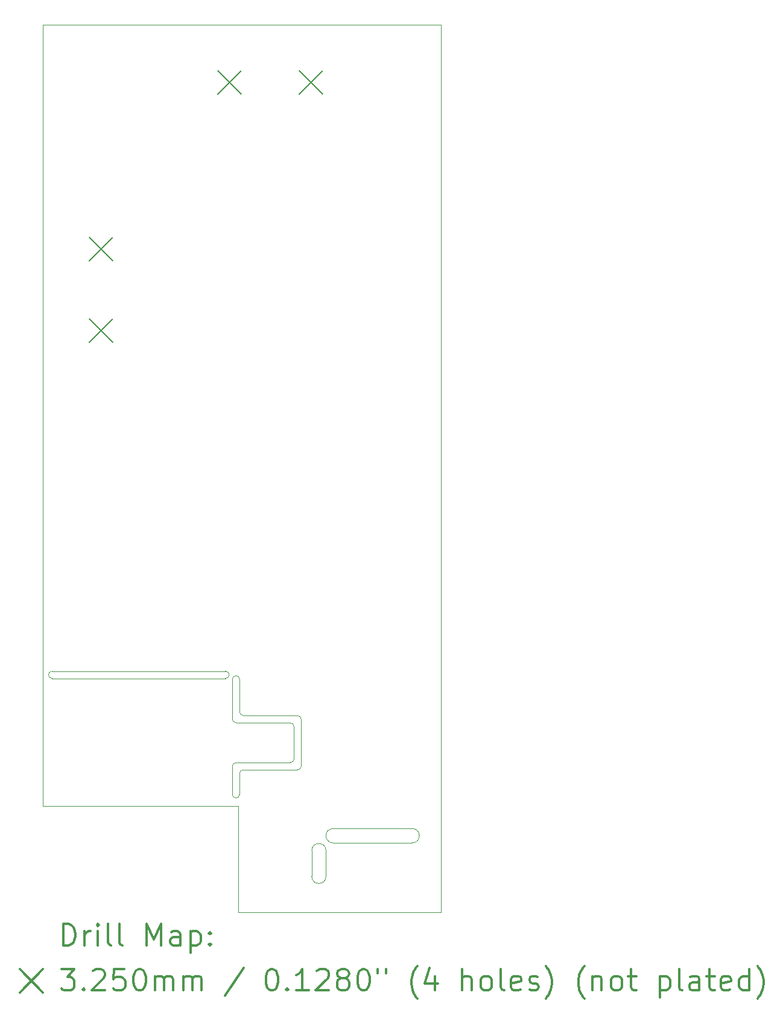
<source format=gbr>
%FSLAX45Y45*%
G04 Gerber Fmt 4.5, Leading zero omitted, Abs format (unit mm)*
G04 Created by KiCad (PCBNEW (5.1.10-1-10_14)) date 2021-11-12 15:28:32*
%MOMM*%
%LPD*%
G01*
G04 APERTURE LIST*
%TA.AperFunction,Profile*%
%ADD10C,0.050000*%
%TD*%
%ADD11C,0.200000*%
%ADD12C,0.300000*%
G04 APERTURE END LIST*
D10*
X15060000Y-15400000D02*
X12319000Y-15400000D01*
X15060000Y-16891000D02*
X15060000Y-15400000D01*
X16390000Y-15920000D02*
G75*
G02*
X16390000Y-15720000I0J100000D01*
G01*
X16390000Y-15920000D02*
X17500000Y-15920000D01*
X17500000Y-15720000D02*
X16390000Y-15720000D01*
X17500000Y-15720000D02*
G75*
G02*
X17500000Y-15920000I0J-100000D01*
G01*
X16090000Y-16030000D02*
X16090000Y-16390000D01*
X16290000Y-16390000D02*
X16290000Y-16030000D01*
X16290000Y-16390000D02*
G75*
G02*
X16090000Y-16390000I-100000J0D01*
G01*
X16090000Y-16030000D02*
G75*
G02*
X16290000Y-16030000I100000J0D01*
G01*
X14976000Y-13626800D02*
X14976000Y-14185600D01*
X15077600Y-14084000D02*
X15077600Y-13626800D01*
X14976000Y-13626800D02*
G75*
G02*
X15077600Y-13626800I50800J0D01*
G01*
X12446000Y-13614400D02*
X14880000Y-13614400D01*
X14880000Y-13512800D02*
X12446000Y-13512800D01*
X12446000Y-13614400D02*
G75*
G02*
X12446000Y-13512800I0J50800D01*
G01*
X14880000Y-13512800D02*
G75*
G02*
X14880000Y-13614400I0J-50800D01*
G01*
X15890400Y-14134800D02*
X15128400Y-14134800D01*
X15128400Y-14134800D02*
G75*
G02*
X15077600Y-14084000I0J50800D01*
G01*
X15941200Y-14846000D02*
X15941200Y-14185600D01*
X15890400Y-14134800D02*
G75*
G02*
X15941200Y-14185600I0J-50800D01*
G01*
X15890400Y-14896800D02*
X15128400Y-14896800D01*
X15941200Y-14846000D02*
G75*
G02*
X15890400Y-14896800I-50800J0D01*
G01*
X15077600Y-15240000D02*
G75*
G02*
X14976000Y-15240000I-50800J0D01*
G01*
X15077600Y-14947600D02*
X15077600Y-15240000D01*
X14976000Y-14846000D02*
X14976000Y-15240000D01*
X15077600Y-14947600D02*
G75*
G02*
X15128400Y-14896800I50800J0D01*
G01*
X14976000Y-14846000D02*
G75*
G02*
X15026800Y-14795200I50800J0D01*
G01*
X15788800Y-14795200D02*
X15026800Y-14795200D01*
X15788800Y-14236400D02*
X15026800Y-14236400D01*
X15026800Y-14236400D02*
G75*
G02*
X14976000Y-14185600I0J50800D01*
G01*
X15839600Y-14744400D02*
X15839600Y-14287200D01*
X15788800Y-14236400D02*
G75*
G02*
X15839600Y-14287200I0J-50800D01*
G01*
X15839600Y-14744400D02*
G75*
G02*
X15788800Y-14795200I-50800J0D01*
G01*
X12319000Y-15400000D02*
X12319000Y-4445000D01*
X17907000Y-16891000D02*
X15060000Y-16891000D01*
X17907000Y-4445000D02*
X17907000Y-16891000D01*
X12319000Y-4445000D02*
X17907000Y-4445000D01*
D11*
X12969300Y-7432100D02*
X13294300Y-7757100D01*
X13294300Y-7432100D02*
X12969300Y-7757100D01*
X12969300Y-8575100D02*
X13294300Y-8900100D01*
X13294300Y-8575100D02*
X12969300Y-8900100D01*
X14772700Y-5095300D02*
X15097700Y-5420300D01*
X15097700Y-5095300D02*
X14772700Y-5420300D01*
X15915700Y-5095300D02*
X16240700Y-5420300D01*
X16240700Y-5095300D02*
X15915700Y-5420300D01*
D12*
X12602928Y-17359214D02*
X12602928Y-17059214D01*
X12674357Y-17059214D01*
X12717214Y-17073500D01*
X12745786Y-17102072D01*
X12760071Y-17130643D01*
X12774357Y-17187786D01*
X12774357Y-17230643D01*
X12760071Y-17287786D01*
X12745786Y-17316357D01*
X12717214Y-17344929D01*
X12674357Y-17359214D01*
X12602928Y-17359214D01*
X12902928Y-17359214D02*
X12902928Y-17159214D01*
X12902928Y-17216357D02*
X12917214Y-17187786D01*
X12931500Y-17173500D01*
X12960071Y-17159214D01*
X12988643Y-17159214D01*
X13088643Y-17359214D02*
X13088643Y-17159214D01*
X13088643Y-17059214D02*
X13074357Y-17073500D01*
X13088643Y-17087786D01*
X13102928Y-17073500D01*
X13088643Y-17059214D01*
X13088643Y-17087786D01*
X13274357Y-17359214D02*
X13245786Y-17344929D01*
X13231500Y-17316357D01*
X13231500Y-17059214D01*
X13431500Y-17359214D02*
X13402928Y-17344929D01*
X13388643Y-17316357D01*
X13388643Y-17059214D01*
X13774357Y-17359214D02*
X13774357Y-17059214D01*
X13874357Y-17273500D01*
X13974357Y-17059214D01*
X13974357Y-17359214D01*
X14245786Y-17359214D02*
X14245786Y-17202072D01*
X14231500Y-17173500D01*
X14202928Y-17159214D01*
X14145786Y-17159214D01*
X14117214Y-17173500D01*
X14245786Y-17344929D02*
X14217214Y-17359214D01*
X14145786Y-17359214D01*
X14117214Y-17344929D01*
X14102928Y-17316357D01*
X14102928Y-17287786D01*
X14117214Y-17259214D01*
X14145786Y-17244929D01*
X14217214Y-17244929D01*
X14245786Y-17230643D01*
X14388643Y-17159214D02*
X14388643Y-17459214D01*
X14388643Y-17173500D02*
X14417214Y-17159214D01*
X14474357Y-17159214D01*
X14502928Y-17173500D01*
X14517214Y-17187786D01*
X14531500Y-17216357D01*
X14531500Y-17302072D01*
X14517214Y-17330643D01*
X14502928Y-17344929D01*
X14474357Y-17359214D01*
X14417214Y-17359214D01*
X14388643Y-17344929D01*
X14660071Y-17330643D02*
X14674357Y-17344929D01*
X14660071Y-17359214D01*
X14645786Y-17344929D01*
X14660071Y-17330643D01*
X14660071Y-17359214D01*
X14660071Y-17173500D02*
X14674357Y-17187786D01*
X14660071Y-17202072D01*
X14645786Y-17187786D01*
X14660071Y-17173500D01*
X14660071Y-17202072D01*
X11991500Y-17691000D02*
X12316500Y-18016000D01*
X12316500Y-17691000D02*
X11991500Y-18016000D01*
X12574357Y-17689214D02*
X12760071Y-17689214D01*
X12660071Y-17803500D01*
X12702928Y-17803500D01*
X12731500Y-17817786D01*
X12745786Y-17832072D01*
X12760071Y-17860643D01*
X12760071Y-17932072D01*
X12745786Y-17960643D01*
X12731500Y-17974929D01*
X12702928Y-17989214D01*
X12617214Y-17989214D01*
X12588643Y-17974929D01*
X12574357Y-17960643D01*
X12888643Y-17960643D02*
X12902928Y-17974929D01*
X12888643Y-17989214D01*
X12874357Y-17974929D01*
X12888643Y-17960643D01*
X12888643Y-17989214D01*
X13017214Y-17717786D02*
X13031500Y-17703500D01*
X13060071Y-17689214D01*
X13131500Y-17689214D01*
X13160071Y-17703500D01*
X13174357Y-17717786D01*
X13188643Y-17746357D01*
X13188643Y-17774929D01*
X13174357Y-17817786D01*
X13002928Y-17989214D01*
X13188643Y-17989214D01*
X13460071Y-17689214D02*
X13317214Y-17689214D01*
X13302928Y-17832072D01*
X13317214Y-17817786D01*
X13345786Y-17803500D01*
X13417214Y-17803500D01*
X13445786Y-17817786D01*
X13460071Y-17832072D01*
X13474357Y-17860643D01*
X13474357Y-17932072D01*
X13460071Y-17960643D01*
X13445786Y-17974929D01*
X13417214Y-17989214D01*
X13345786Y-17989214D01*
X13317214Y-17974929D01*
X13302928Y-17960643D01*
X13660071Y-17689214D02*
X13688643Y-17689214D01*
X13717214Y-17703500D01*
X13731500Y-17717786D01*
X13745786Y-17746357D01*
X13760071Y-17803500D01*
X13760071Y-17874929D01*
X13745786Y-17932072D01*
X13731500Y-17960643D01*
X13717214Y-17974929D01*
X13688643Y-17989214D01*
X13660071Y-17989214D01*
X13631500Y-17974929D01*
X13617214Y-17960643D01*
X13602928Y-17932072D01*
X13588643Y-17874929D01*
X13588643Y-17803500D01*
X13602928Y-17746357D01*
X13617214Y-17717786D01*
X13631500Y-17703500D01*
X13660071Y-17689214D01*
X13888643Y-17989214D02*
X13888643Y-17789214D01*
X13888643Y-17817786D02*
X13902928Y-17803500D01*
X13931500Y-17789214D01*
X13974357Y-17789214D01*
X14002928Y-17803500D01*
X14017214Y-17832072D01*
X14017214Y-17989214D01*
X14017214Y-17832072D02*
X14031500Y-17803500D01*
X14060071Y-17789214D01*
X14102928Y-17789214D01*
X14131500Y-17803500D01*
X14145786Y-17832072D01*
X14145786Y-17989214D01*
X14288643Y-17989214D02*
X14288643Y-17789214D01*
X14288643Y-17817786D02*
X14302928Y-17803500D01*
X14331500Y-17789214D01*
X14374357Y-17789214D01*
X14402928Y-17803500D01*
X14417214Y-17832072D01*
X14417214Y-17989214D01*
X14417214Y-17832072D02*
X14431500Y-17803500D01*
X14460071Y-17789214D01*
X14502928Y-17789214D01*
X14531500Y-17803500D01*
X14545786Y-17832072D01*
X14545786Y-17989214D01*
X15131500Y-17674929D02*
X14874357Y-18060643D01*
X15517214Y-17689214D02*
X15545786Y-17689214D01*
X15574357Y-17703500D01*
X15588643Y-17717786D01*
X15602928Y-17746357D01*
X15617214Y-17803500D01*
X15617214Y-17874929D01*
X15602928Y-17932072D01*
X15588643Y-17960643D01*
X15574357Y-17974929D01*
X15545786Y-17989214D01*
X15517214Y-17989214D01*
X15488643Y-17974929D01*
X15474357Y-17960643D01*
X15460071Y-17932072D01*
X15445786Y-17874929D01*
X15445786Y-17803500D01*
X15460071Y-17746357D01*
X15474357Y-17717786D01*
X15488643Y-17703500D01*
X15517214Y-17689214D01*
X15745786Y-17960643D02*
X15760071Y-17974929D01*
X15745786Y-17989214D01*
X15731500Y-17974929D01*
X15745786Y-17960643D01*
X15745786Y-17989214D01*
X16045786Y-17989214D02*
X15874357Y-17989214D01*
X15960071Y-17989214D02*
X15960071Y-17689214D01*
X15931500Y-17732072D01*
X15902928Y-17760643D01*
X15874357Y-17774929D01*
X16160071Y-17717786D02*
X16174357Y-17703500D01*
X16202928Y-17689214D01*
X16274357Y-17689214D01*
X16302928Y-17703500D01*
X16317214Y-17717786D01*
X16331500Y-17746357D01*
X16331500Y-17774929D01*
X16317214Y-17817786D01*
X16145786Y-17989214D01*
X16331500Y-17989214D01*
X16502928Y-17817786D02*
X16474357Y-17803500D01*
X16460071Y-17789214D01*
X16445786Y-17760643D01*
X16445786Y-17746357D01*
X16460071Y-17717786D01*
X16474357Y-17703500D01*
X16502928Y-17689214D01*
X16560071Y-17689214D01*
X16588643Y-17703500D01*
X16602928Y-17717786D01*
X16617214Y-17746357D01*
X16617214Y-17760643D01*
X16602928Y-17789214D01*
X16588643Y-17803500D01*
X16560071Y-17817786D01*
X16502928Y-17817786D01*
X16474357Y-17832072D01*
X16460071Y-17846357D01*
X16445786Y-17874929D01*
X16445786Y-17932072D01*
X16460071Y-17960643D01*
X16474357Y-17974929D01*
X16502928Y-17989214D01*
X16560071Y-17989214D01*
X16588643Y-17974929D01*
X16602928Y-17960643D01*
X16617214Y-17932072D01*
X16617214Y-17874929D01*
X16602928Y-17846357D01*
X16588643Y-17832072D01*
X16560071Y-17817786D01*
X16802928Y-17689214D02*
X16831500Y-17689214D01*
X16860071Y-17703500D01*
X16874357Y-17717786D01*
X16888643Y-17746357D01*
X16902928Y-17803500D01*
X16902928Y-17874929D01*
X16888643Y-17932072D01*
X16874357Y-17960643D01*
X16860071Y-17974929D01*
X16831500Y-17989214D01*
X16802928Y-17989214D01*
X16774357Y-17974929D01*
X16760071Y-17960643D01*
X16745786Y-17932072D01*
X16731500Y-17874929D01*
X16731500Y-17803500D01*
X16745786Y-17746357D01*
X16760071Y-17717786D01*
X16774357Y-17703500D01*
X16802928Y-17689214D01*
X17017214Y-17689214D02*
X17017214Y-17746357D01*
X17131500Y-17689214D02*
X17131500Y-17746357D01*
X17574357Y-18103500D02*
X17560071Y-18089214D01*
X17531500Y-18046357D01*
X17517214Y-18017786D01*
X17502928Y-17974929D01*
X17488643Y-17903500D01*
X17488643Y-17846357D01*
X17502928Y-17774929D01*
X17517214Y-17732072D01*
X17531500Y-17703500D01*
X17560071Y-17660643D01*
X17574357Y-17646357D01*
X17817214Y-17789214D02*
X17817214Y-17989214D01*
X17745786Y-17674929D02*
X17674357Y-17889214D01*
X17860071Y-17889214D01*
X18202928Y-17989214D02*
X18202928Y-17689214D01*
X18331500Y-17989214D02*
X18331500Y-17832072D01*
X18317214Y-17803500D01*
X18288643Y-17789214D01*
X18245786Y-17789214D01*
X18217214Y-17803500D01*
X18202928Y-17817786D01*
X18517214Y-17989214D02*
X18488643Y-17974929D01*
X18474357Y-17960643D01*
X18460071Y-17932072D01*
X18460071Y-17846357D01*
X18474357Y-17817786D01*
X18488643Y-17803500D01*
X18517214Y-17789214D01*
X18560071Y-17789214D01*
X18588643Y-17803500D01*
X18602928Y-17817786D01*
X18617214Y-17846357D01*
X18617214Y-17932072D01*
X18602928Y-17960643D01*
X18588643Y-17974929D01*
X18560071Y-17989214D01*
X18517214Y-17989214D01*
X18788643Y-17989214D02*
X18760071Y-17974929D01*
X18745786Y-17946357D01*
X18745786Y-17689214D01*
X19017214Y-17974929D02*
X18988643Y-17989214D01*
X18931500Y-17989214D01*
X18902928Y-17974929D01*
X18888643Y-17946357D01*
X18888643Y-17832072D01*
X18902928Y-17803500D01*
X18931500Y-17789214D01*
X18988643Y-17789214D01*
X19017214Y-17803500D01*
X19031500Y-17832072D01*
X19031500Y-17860643D01*
X18888643Y-17889214D01*
X19145786Y-17974929D02*
X19174357Y-17989214D01*
X19231500Y-17989214D01*
X19260071Y-17974929D01*
X19274357Y-17946357D01*
X19274357Y-17932072D01*
X19260071Y-17903500D01*
X19231500Y-17889214D01*
X19188643Y-17889214D01*
X19160071Y-17874929D01*
X19145786Y-17846357D01*
X19145786Y-17832072D01*
X19160071Y-17803500D01*
X19188643Y-17789214D01*
X19231500Y-17789214D01*
X19260071Y-17803500D01*
X19374357Y-18103500D02*
X19388643Y-18089214D01*
X19417214Y-18046357D01*
X19431500Y-18017786D01*
X19445786Y-17974929D01*
X19460071Y-17903500D01*
X19460071Y-17846357D01*
X19445786Y-17774929D01*
X19431500Y-17732072D01*
X19417214Y-17703500D01*
X19388643Y-17660643D01*
X19374357Y-17646357D01*
X19917214Y-18103500D02*
X19902928Y-18089214D01*
X19874357Y-18046357D01*
X19860071Y-18017786D01*
X19845786Y-17974929D01*
X19831500Y-17903500D01*
X19831500Y-17846357D01*
X19845786Y-17774929D01*
X19860071Y-17732072D01*
X19874357Y-17703500D01*
X19902928Y-17660643D01*
X19917214Y-17646357D01*
X20031500Y-17789214D02*
X20031500Y-17989214D01*
X20031500Y-17817786D02*
X20045786Y-17803500D01*
X20074357Y-17789214D01*
X20117214Y-17789214D01*
X20145786Y-17803500D01*
X20160071Y-17832072D01*
X20160071Y-17989214D01*
X20345786Y-17989214D02*
X20317214Y-17974929D01*
X20302928Y-17960643D01*
X20288643Y-17932072D01*
X20288643Y-17846357D01*
X20302928Y-17817786D01*
X20317214Y-17803500D01*
X20345786Y-17789214D01*
X20388643Y-17789214D01*
X20417214Y-17803500D01*
X20431500Y-17817786D01*
X20445786Y-17846357D01*
X20445786Y-17932072D01*
X20431500Y-17960643D01*
X20417214Y-17974929D01*
X20388643Y-17989214D01*
X20345786Y-17989214D01*
X20531500Y-17789214D02*
X20645786Y-17789214D01*
X20574357Y-17689214D02*
X20574357Y-17946357D01*
X20588643Y-17974929D01*
X20617214Y-17989214D01*
X20645786Y-17989214D01*
X20974357Y-17789214D02*
X20974357Y-18089214D01*
X20974357Y-17803500D02*
X21002928Y-17789214D01*
X21060071Y-17789214D01*
X21088643Y-17803500D01*
X21102928Y-17817786D01*
X21117214Y-17846357D01*
X21117214Y-17932072D01*
X21102928Y-17960643D01*
X21088643Y-17974929D01*
X21060071Y-17989214D01*
X21002928Y-17989214D01*
X20974357Y-17974929D01*
X21288643Y-17989214D02*
X21260071Y-17974929D01*
X21245786Y-17946357D01*
X21245786Y-17689214D01*
X21531500Y-17989214D02*
X21531500Y-17832072D01*
X21517214Y-17803500D01*
X21488643Y-17789214D01*
X21431500Y-17789214D01*
X21402928Y-17803500D01*
X21531500Y-17974929D02*
X21502928Y-17989214D01*
X21431500Y-17989214D01*
X21402928Y-17974929D01*
X21388643Y-17946357D01*
X21388643Y-17917786D01*
X21402928Y-17889214D01*
X21431500Y-17874929D01*
X21502928Y-17874929D01*
X21531500Y-17860643D01*
X21631500Y-17789214D02*
X21745786Y-17789214D01*
X21674357Y-17689214D02*
X21674357Y-17946357D01*
X21688643Y-17974929D01*
X21717214Y-17989214D01*
X21745786Y-17989214D01*
X21960071Y-17974929D02*
X21931500Y-17989214D01*
X21874357Y-17989214D01*
X21845786Y-17974929D01*
X21831500Y-17946357D01*
X21831500Y-17832072D01*
X21845786Y-17803500D01*
X21874357Y-17789214D01*
X21931500Y-17789214D01*
X21960071Y-17803500D01*
X21974357Y-17832072D01*
X21974357Y-17860643D01*
X21831500Y-17889214D01*
X22231500Y-17989214D02*
X22231500Y-17689214D01*
X22231500Y-17974929D02*
X22202928Y-17989214D01*
X22145786Y-17989214D01*
X22117214Y-17974929D01*
X22102928Y-17960643D01*
X22088643Y-17932072D01*
X22088643Y-17846357D01*
X22102928Y-17817786D01*
X22117214Y-17803500D01*
X22145786Y-17789214D01*
X22202928Y-17789214D01*
X22231500Y-17803500D01*
X22345786Y-18103500D02*
X22360071Y-18089214D01*
X22388643Y-18046357D01*
X22402928Y-18017786D01*
X22417214Y-17974929D01*
X22431500Y-17903500D01*
X22431500Y-17846357D01*
X22417214Y-17774929D01*
X22402928Y-17732072D01*
X22388643Y-17703500D01*
X22360071Y-17660643D01*
X22345786Y-17646357D01*
M02*

</source>
